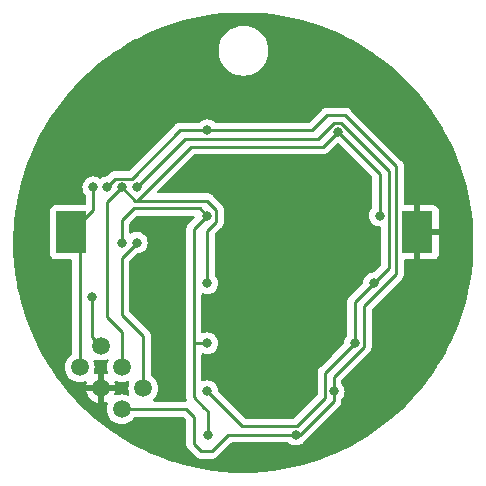
<source format=gbl>
G04 #@! TF.GenerationSoftware,KiCad,Pcbnew,(6.0.6)*
G04 #@! TF.CreationDate,2022-07-27T20:36:10+02:00*
G04 #@! TF.ProjectId,smd-challenge,736d642d-6368-4616-9c6c-656e67652e6b,rev?*
G04 #@! TF.SameCoordinates,Original*
G04 #@! TF.FileFunction,Copper,L2,Bot*
G04 #@! TF.FilePolarity,Positive*
%FSLAX46Y46*%
G04 Gerber Fmt 4.6, Leading zero omitted, Abs format (unit mm)*
G04 Created by KiCad (PCBNEW (6.0.6)) date 2022-07-27 20:36:10*
%MOMM*%
%LPD*%
G01*
G04 APERTURE LIST*
G04 #@! TA.AperFunction,SMDPad,CuDef*
%ADD10C,1.500000*%
G04 #@! TD*
G04 #@! TA.AperFunction,SMDPad,CuDef*
%ADD11R,2.600000X3.600000*%
G04 #@! TD*
G04 #@! TA.AperFunction,ViaPad*
%ADD12C,0.800000*%
G04 #@! TD*
G04 #@! TA.AperFunction,Conductor*
%ADD13C,0.250000*%
G04 #@! TD*
G04 APERTURE END LIST*
D10*
X113820285Y-130421182D03*
X110228182Y-130421182D03*
X111995949Y-128596846D03*
D11*
X138811000Y-118999000D03*
X109511000Y-118999000D03*
D10*
X111995949Y-132188949D03*
X115616336Y-132217233D03*
X113792000Y-133985000D03*
D12*
X115062000Y-119888000D03*
X121031000Y-110363000D03*
X105410000Y-119888000D03*
X121031000Y-128397000D03*
X121031000Y-132461000D03*
X131736500Y-132461000D03*
X128524000Y-136144000D03*
X121056400Y-136194800D03*
X132080000Y-110490000D03*
X111379000Y-115189000D03*
X124079000Y-138557000D03*
X131699000Y-117602000D03*
X142621000Y-119888000D03*
X115062000Y-124460000D03*
X121031000Y-123317000D03*
X135636000Y-117602000D03*
X113792000Y-115189000D03*
X133504300Y-128397000D03*
X135128000Y-123317000D03*
X115062000Y-115189000D03*
X112522000Y-115189000D03*
X113792000Y-119888000D03*
X121031000Y-117602000D03*
X111252000Y-124460000D03*
D13*
X129921000Y-110363000D02*
X131191000Y-109093000D01*
X121031000Y-110363000D02*
X129921000Y-110363000D01*
X132715000Y-109093000D02*
X131191000Y-109093000D01*
X114643511Y-114464489D02*
X113246511Y-114464489D01*
X118745000Y-110363000D02*
X114643511Y-114464489D01*
X121031000Y-110363000D02*
X118745000Y-110363000D01*
X113246511Y-114464489D02*
X112522000Y-115189000D01*
X130810000Y-111760000D02*
X132080000Y-110490000D01*
X115062000Y-116332000D02*
X119634000Y-111760000D01*
X119634000Y-111760000D02*
X130810000Y-111760000D01*
X114935000Y-116332000D02*
X115062000Y-116332000D01*
X137033000Y-113411000D02*
X132715000Y-109093000D01*
X134302500Y-125285500D02*
X137033000Y-122555000D01*
X137033000Y-122555000D02*
X137033000Y-113411000D01*
X134302500Y-128714500D02*
X134302500Y-125285500D01*
X131736500Y-131280500D02*
X134302500Y-128714500D01*
X131736500Y-132461000D02*
X131736500Y-131280500D01*
X131779695Y-109765000D02*
X130420175Y-111124520D01*
X130420175Y-111124520D02*
X119126480Y-111124520D01*
X119126480Y-111124520D02*
X115062000Y-115189000D01*
X132380305Y-109765000D02*
X131779695Y-109765000D01*
X136398000Y-122047000D02*
X136398000Y-113782695D01*
X136398000Y-113782695D02*
X132380305Y-109765000D01*
X135128000Y-123317000D02*
X136398000Y-122047000D01*
X135636000Y-114046000D02*
X132080000Y-110490000D01*
X135636000Y-117602000D02*
X135636000Y-114046000D01*
X110228182Y-119716182D02*
X109511000Y-118999000D01*
X110228182Y-130421182D02*
X110228182Y-119716182D01*
X111379000Y-117131000D02*
X109511000Y-118999000D01*
X111379000Y-115189000D02*
X111379000Y-117131000D01*
X139700000Y-119888000D02*
X138811000Y-118999000D01*
X131011500Y-130889800D02*
X133504300Y-128397000D01*
X128614000Y-135419000D02*
X131011500Y-133021500D01*
X123989000Y-135419000D02*
X128614000Y-135419000D01*
X121031000Y-132461000D02*
X123989000Y-135419000D01*
X131011500Y-133021500D02*
X131011500Y-130889800D01*
X131736500Y-133313896D02*
X131736500Y-132461000D01*
X128906396Y-136144000D02*
X131736500Y-133313896D01*
X128524000Y-136144000D02*
X128906396Y-136144000D01*
X119888000Y-134620000D02*
X119253000Y-133985000D01*
X119888000Y-136906000D02*
X119888000Y-134620000D01*
X121412000Y-137541000D02*
X120523000Y-137541000D01*
X120523000Y-137541000D02*
X119888000Y-136906000D01*
X122809000Y-136144000D02*
X121412000Y-137541000D01*
X128524000Y-136144000D02*
X122809000Y-136144000D01*
X119253000Y-133985000D02*
X113792000Y-133985000D01*
X121031000Y-128397000D02*
X120015000Y-128397000D01*
X120015000Y-128397000D02*
X119888000Y-128270000D01*
X119888000Y-128270000D02*
X119888000Y-132969000D01*
X119888000Y-118745000D02*
X119888000Y-128270000D01*
X133504300Y-124940700D02*
X133504300Y-128397000D01*
X135128000Y-123317000D02*
X133504300Y-124940700D01*
X120396000Y-116967000D02*
X121031000Y-117602000D01*
X113792000Y-117983000D02*
X114808000Y-116967000D01*
X113792000Y-119888000D02*
X113792000Y-117983000D01*
X114808000Y-116967000D02*
X120396000Y-116967000D01*
X115616336Y-127808336D02*
X115616336Y-132217233D01*
X113792000Y-121158000D02*
X113792000Y-125984000D01*
X113792000Y-125984000D02*
X115616336Y-127808336D01*
X115062000Y-119888000D02*
X113792000Y-121158000D01*
X121031000Y-118872000D02*
X121793000Y-118110000D01*
X121031000Y-123317000D02*
X121031000Y-118872000D01*
X121793000Y-118110000D02*
X121793000Y-117094000D01*
X121031000Y-116332000D02*
X114935000Y-116332000D01*
X121793000Y-117094000D02*
X121031000Y-116332000D01*
X113792000Y-115189000D02*
X114935000Y-116332000D01*
X135128000Y-123317000D02*
X133604000Y-124841000D01*
X120777000Y-133858000D02*
X120904000Y-133985000D01*
X119888000Y-132969000D02*
X120777000Y-133858000D01*
X121056400Y-136194800D02*
X121056400Y-134137400D01*
X121056400Y-134137400D02*
X120777000Y-133858000D01*
X121031000Y-117602000D02*
X119888000Y-118745000D01*
X113820285Y-127479715D02*
X113820285Y-130421182D01*
X112522000Y-116459000D02*
X112522000Y-126181430D01*
X112522000Y-126181430D02*
X113820285Y-127479715D01*
X113792000Y-115189000D02*
X112522000Y-116459000D01*
X111252000Y-127852897D02*
X111995949Y-128596846D01*
X111252000Y-124460000D02*
X111252000Y-127852897D01*
G04 #@! TA.AperFunction,Conductor*
G36*
X124174060Y-100398574D02*
G01*
X124926469Y-100414992D01*
X124931950Y-100415232D01*
X125775055Y-100470491D01*
X125780523Y-100470970D01*
X126620403Y-100562951D01*
X126625854Y-100563668D01*
X127460958Y-100692204D01*
X127466371Y-100693159D01*
X127887286Y-100776883D01*
X128295050Y-100857992D01*
X128300388Y-100859176D01*
X129121111Y-101060006D01*
X129126420Y-101061429D01*
X129937565Y-101297856D01*
X129942808Y-101299509D01*
X130742892Y-101571100D01*
X130748028Y-101572970D01*
X131535526Y-101879211D01*
X131540585Y-101881307D01*
X131812776Y-102001074D01*
X132313945Y-102221594D01*
X132318927Y-102223917D01*
X133076692Y-102597605D01*
X133081569Y-102600143D01*
X133220706Y-102676476D01*
X133822372Y-103006561D01*
X133827077Y-103009278D01*
X134549436Y-103447617D01*
X134554060Y-103450563D01*
X135256596Y-103919982D01*
X135261065Y-103923111D01*
X135433757Y-104049734D01*
X135942466Y-104422735D01*
X135946827Y-104426082D01*
X136605733Y-104954910D01*
X136609945Y-104958443D01*
X137245201Y-105515547D01*
X137249251Y-105519258D01*
X137464176Y-105725004D01*
X137859586Y-106103527D01*
X137863473Y-106107414D01*
X138447739Y-106717746D01*
X138451453Y-106721799D01*
X139008557Y-107357055D01*
X139012090Y-107361267D01*
X139540918Y-108020173D01*
X139544265Y-108024534D01*
X140043889Y-108705935D01*
X140047018Y-108710404D01*
X140151047Y-108866094D01*
X140516437Y-109412940D01*
X140519383Y-109417564D01*
X140957722Y-110139923D01*
X140960439Y-110144628D01*
X141109270Y-110415911D01*
X141366857Y-110885431D01*
X141369395Y-110890308D01*
X141743083Y-111648073D01*
X141745406Y-111653055D01*
X142071238Y-112393562D01*
X142085689Y-112426405D01*
X142087789Y-112431474D01*
X142363308Y-113139968D01*
X142394025Y-113218957D01*
X142395900Y-113224108D01*
X142613276Y-113864478D01*
X142667491Y-114024192D01*
X142669144Y-114029435D01*
X142905571Y-114840580D01*
X142906993Y-114845885D01*
X143097604Y-115624842D01*
X143107821Y-115666597D01*
X143109008Y-115671950D01*
X143158259Y-115919554D01*
X143273841Y-116500629D01*
X143274796Y-116506042D01*
X143403332Y-117341146D01*
X143404049Y-117346595D01*
X143490787Y-118138595D01*
X143496030Y-118186473D01*
X143496509Y-118191945D01*
X143532758Y-118745000D01*
X143551768Y-119035045D01*
X143552008Y-119040531D01*
X143558784Y-119351056D01*
X143570440Y-119885251D01*
X143570440Y-119890749D01*
X143558677Y-120429852D01*
X143552008Y-120735463D01*
X143551768Y-120740950D01*
X143503814Y-121472594D01*
X143496509Y-121584051D01*
X143496030Y-121589523D01*
X143406338Y-122408500D01*
X143404049Y-122429403D01*
X143403332Y-122434854D01*
X143274796Y-123269958D01*
X143273841Y-123275371D01*
X143201451Y-123639304D01*
X143129755Y-123999749D01*
X143109011Y-124104035D01*
X143107824Y-124109388D01*
X142909311Y-124920643D01*
X142906994Y-124930111D01*
X142905571Y-124935420D01*
X142669144Y-125746565D01*
X142667491Y-125751808D01*
X142403460Y-126529622D01*
X142395905Y-126551877D01*
X142394030Y-126557028D01*
X142091906Y-127333939D01*
X142087793Y-127344516D01*
X142085693Y-127349585D01*
X142006406Y-127529779D01*
X141745406Y-128122945D01*
X141743083Y-128127927D01*
X141369395Y-128885692D01*
X141366857Y-128890569D01*
X141203616Y-129188118D01*
X140960439Y-129631372D01*
X140957722Y-129636077D01*
X140519391Y-130358424D01*
X140516437Y-130363060D01*
X140477601Y-130421182D01*
X140047018Y-131065596D01*
X140043889Y-131070065D01*
X139914650Y-131246325D01*
X139544265Y-131751466D01*
X139540918Y-131755827D01*
X139012090Y-132414733D01*
X139008557Y-132418945D01*
X138827119Y-132625836D01*
X138477326Y-133024699D01*
X138451453Y-133054201D01*
X138447742Y-133058251D01*
X138236025Y-133279413D01*
X137863473Y-133668586D01*
X137859586Y-133672473D01*
X137767821Y-133760319D01*
X137478264Y-134037510D01*
X137249254Y-134256739D01*
X137245205Y-134260449D01*
X137060922Y-134422061D01*
X136609945Y-134817557D01*
X136605733Y-134821090D01*
X135946827Y-135349918D01*
X135942466Y-135353265D01*
X135261065Y-135852889D01*
X135256596Y-135856018D01*
X134895305Y-136097425D01*
X134554060Y-136325437D01*
X134549436Y-136328383D01*
X133827077Y-136766722D01*
X133822372Y-136769439D01*
X133558897Y-136913986D01*
X133081569Y-137175857D01*
X133076692Y-137178395D01*
X132318927Y-137552083D01*
X132313945Y-137554406D01*
X131856375Y-137755742D01*
X131540585Y-137894693D01*
X131535526Y-137896789D01*
X130748028Y-138203030D01*
X130742892Y-138204900D01*
X130087671Y-138427317D01*
X129942808Y-138476491D01*
X129937565Y-138478144D01*
X129126420Y-138714571D01*
X129121115Y-138715993D01*
X128300388Y-138916824D01*
X128295050Y-138918008D01*
X127887286Y-138999117D01*
X127466371Y-139082841D01*
X127460958Y-139083796D01*
X126625854Y-139212332D01*
X126620405Y-139213049D01*
X125780523Y-139305030D01*
X125775055Y-139305509D01*
X124931950Y-139360768D01*
X124926469Y-139361008D01*
X124174060Y-139377426D01*
X124081749Y-139379440D01*
X124076251Y-139379440D01*
X123983940Y-139377426D01*
X123231531Y-139361008D01*
X123226050Y-139360768D01*
X122382945Y-139305509D01*
X122377477Y-139305030D01*
X121537595Y-139213049D01*
X121532146Y-139212332D01*
X120697042Y-139083796D01*
X120691629Y-139082841D01*
X120270714Y-138999117D01*
X119862950Y-138918008D01*
X119857612Y-138916824D01*
X119036885Y-138715993D01*
X119031580Y-138714571D01*
X118220435Y-138478144D01*
X118215192Y-138476491D01*
X118070329Y-138427317D01*
X117415108Y-138204900D01*
X117409972Y-138203030D01*
X116622474Y-137896789D01*
X116617415Y-137894693D01*
X116301625Y-137755742D01*
X115844055Y-137554406D01*
X115839073Y-137552083D01*
X115081308Y-137178395D01*
X115076431Y-137175857D01*
X114599103Y-136913986D01*
X114335628Y-136769439D01*
X114330923Y-136766722D01*
X113608564Y-136328383D01*
X113603940Y-136325437D01*
X113262695Y-136097425D01*
X112901404Y-135856018D01*
X112896935Y-135852889D01*
X112215534Y-135353265D01*
X112211173Y-135349918D01*
X111552267Y-134821090D01*
X111548055Y-134817557D01*
X111097078Y-134422061D01*
X110912795Y-134260449D01*
X110908746Y-134256739D01*
X110679737Y-134037510D01*
X110390179Y-133760319D01*
X110298414Y-133672473D01*
X110294527Y-133668586D01*
X109921975Y-133279413D01*
X109710258Y-133058251D01*
X109706547Y-133054201D01*
X109680675Y-133024699D01*
X109330881Y-132625836D01*
X109181475Y-132455471D01*
X110764986Y-132455471D01*
X110807877Y-132615544D01*
X110811623Y-132625836D01*
X110900005Y-132815370D01*
X110905483Y-132824856D01*
X111025425Y-132996152D01*
X111032479Y-133004559D01*
X111180337Y-133152417D01*
X111188745Y-133159473D01*
X111360037Y-133279413D01*
X111369533Y-133284896D01*
X111559062Y-133373275D01*
X111569354Y-133377021D01*
X111724452Y-133418579D01*
X111738548Y-133418243D01*
X111741949Y-133410301D01*
X111741949Y-132461064D01*
X111737474Y-132445825D01*
X111736084Y-132444620D01*
X111728401Y-132442949D01*
X110779746Y-132442949D01*
X110766215Y-132446922D01*
X110764986Y-132455471D01*
X109181475Y-132455471D01*
X109149443Y-132418945D01*
X109145910Y-132414733D01*
X108617082Y-131755827D01*
X108613735Y-131751466D01*
X108243350Y-131246325D01*
X108114111Y-131070065D01*
X108110982Y-131065596D01*
X107680399Y-130421182D01*
X107641563Y-130363060D01*
X107638609Y-130358424D01*
X107200278Y-129636077D01*
X107197561Y-129631372D01*
X106954384Y-129188118D01*
X106791143Y-128890569D01*
X106788605Y-128885692D01*
X106414917Y-128127927D01*
X106412594Y-128122945D01*
X106151594Y-127529779D01*
X106072307Y-127349585D01*
X106070207Y-127344516D01*
X106066094Y-127333939D01*
X105763970Y-126557028D01*
X105762095Y-126551877D01*
X105754541Y-126529622D01*
X105490509Y-125751808D01*
X105488856Y-125746565D01*
X105252429Y-124935420D01*
X105251006Y-124930111D01*
X105248689Y-124920643D01*
X105050176Y-124109388D01*
X105048989Y-124104035D01*
X105028246Y-123999749D01*
X104956549Y-123639304D01*
X104884159Y-123275371D01*
X104883204Y-123269958D01*
X104754668Y-122434854D01*
X104753951Y-122429403D01*
X104751662Y-122408500D01*
X104661970Y-121589523D01*
X104661491Y-121584051D01*
X104654186Y-121472594D01*
X104613192Y-120847134D01*
X107702500Y-120847134D01*
X107709255Y-120909316D01*
X107760385Y-121045705D01*
X107847739Y-121162261D01*
X107964295Y-121249615D01*
X108100684Y-121300745D01*
X108162866Y-121307500D01*
X109468682Y-121307500D01*
X109536803Y-121327502D01*
X109583296Y-121381158D01*
X109594682Y-121433500D01*
X109594682Y-129262828D01*
X109574680Y-129330949D01*
X109540954Y-129366040D01*
X109479766Y-129408884D01*
X109420655Y-129450274D01*
X109420652Y-129450276D01*
X109416144Y-129453433D01*
X109260433Y-129609144D01*
X109257276Y-129613652D01*
X109257274Y-129613655D01*
X109142116Y-129778118D01*
X109134126Y-129789529D01*
X109131803Y-129794511D01*
X109131800Y-129794516D01*
X109091106Y-129881786D01*
X109041062Y-129989106D01*
X108984067Y-130201811D01*
X108964875Y-130421182D01*
X108984067Y-130640553D01*
X109041062Y-130853258D01*
X109069275Y-130913761D01*
X109131800Y-131047848D01*
X109131803Y-131047853D01*
X109134126Y-131052835D01*
X109137282Y-131057342D01*
X109137283Y-131057344D01*
X109210629Y-131162092D01*
X109260433Y-131233220D01*
X109416144Y-131388931D01*
X109420653Y-131392088D01*
X109420655Y-131392090D01*
X109495423Y-131444443D01*
X109596528Y-131515238D01*
X109796106Y-131608302D01*
X110008811Y-131665297D01*
X110228182Y-131684489D01*
X110447553Y-131665297D01*
X110527789Y-131643797D01*
X110652963Y-131610257D01*
X110723940Y-131611947D01*
X110782736Y-131651741D01*
X110810684Y-131717005D01*
X110807282Y-131764575D01*
X110766319Y-131917452D01*
X110766655Y-131931548D01*
X110774597Y-131934949D01*
X111723834Y-131934949D01*
X111739073Y-131930474D01*
X111740278Y-131929084D01*
X111741949Y-131921401D01*
X111741949Y-130972746D01*
X111737976Y-130959215D01*
X111729427Y-130957986D01*
X111571575Y-131000282D01*
X111500598Y-130998592D01*
X111441803Y-130958798D01*
X111413855Y-130893533D01*
X111417257Y-130845963D01*
X111466439Y-130662416D01*
X111472297Y-130640553D01*
X111491489Y-130421182D01*
X111472297Y-130201811D01*
X111415302Y-129989106D01*
X111412978Y-129984123D01*
X111412974Y-129984111D01*
X111397990Y-129951977D01*
X111387329Y-129881786D01*
X111416310Y-129816973D01*
X111475730Y-129778118D01*
X111546725Y-129777556D01*
X111555284Y-129780330D01*
X111558893Y-129781644D01*
X111563873Y-129783966D01*
X111569176Y-129785387D01*
X111584634Y-129789529D01*
X111776578Y-129840961D01*
X111995949Y-129860153D01*
X112215320Y-129840961D01*
X112428025Y-129783966D01*
X112433007Y-129781643D01*
X112433015Y-129781640D01*
X112498656Y-129751031D01*
X112568847Y-129740370D01*
X112633660Y-129769350D01*
X112672516Y-129828770D01*
X112673079Y-129899765D01*
X112666100Y-129918475D01*
X112635491Y-129984116D01*
X112635488Y-129984124D01*
X112633165Y-129989106D01*
X112576170Y-130201811D01*
X112556978Y-130421182D01*
X112576170Y-130640553D01*
X112633165Y-130853258D01*
X112635489Y-130858242D01*
X112637044Y-130862514D01*
X112641547Y-130933368D01*
X112607030Y-130995409D01*
X112544450Y-131028939D01*
X112473677Y-131023313D01*
X112465392Y-131019804D01*
X112432841Y-131004625D01*
X112422544Y-131000877D01*
X112267446Y-130959319D01*
X112253350Y-130959655D01*
X112249949Y-130967597D01*
X112249949Y-131916834D01*
X112254424Y-131932073D01*
X112255814Y-131933278D01*
X112263497Y-131934949D01*
X113212152Y-131934949D01*
X113225683Y-131930976D01*
X113226912Y-131922427D01*
X113184021Y-131762354D01*
X113178789Y-131747980D01*
X113174286Y-131677126D01*
X113208804Y-131615086D01*
X113271384Y-131581556D01*
X113342157Y-131587182D01*
X113350436Y-131590688D01*
X113388209Y-131608302D01*
X113600914Y-131665297D01*
X113820285Y-131684489D01*
X114039656Y-131665297D01*
X114252361Y-131608302D01*
X114257341Y-131605980D01*
X114257346Y-131605978D01*
X114269993Y-131600080D01*
X114340184Y-131589419D01*
X114404997Y-131618399D01*
X114443854Y-131677818D01*
X114444417Y-131748813D01*
X114437438Y-131767525D01*
X114431540Y-131780172D01*
X114431538Y-131780177D01*
X114429216Y-131785157D01*
X114372221Y-131997862D01*
X114353029Y-132217233D01*
X114372221Y-132436604D01*
X114429216Y-132649309D01*
X114431538Y-132654289D01*
X114432852Y-132657898D01*
X114437358Y-132728751D01*
X114402843Y-132790793D01*
X114340264Y-132824325D01*
X114269490Y-132818702D01*
X114261205Y-132815192D01*
X114229071Y-132800208D01*
X114229059Y-132800204D01*
X114224076Y-132797880D01*
X114011371Y-132740885D01*
X113792000Y-132721693D01*
X113572629Y-132740885D01*
X113359924Y-132797880D01*
X113354942Y-132800203D01*
X113354934Y-132800206D01*
X113341587Y-132806430D01*
X113271395Y-132817091D01*
X113206583Y-132788110D01*
X113167727Y-132728690D01*
X113167164Y-132657696D01*
X113174144Y-132638983D01*
X113180275Y-132625836D01*
X113184021Y-132615544D01*
X113225579Y-132460446D01*
X113225243Y-132446350D01*
X113217301Y-132442949D01*
X112268064Y-132442949D01*
X112252825Y-132447424D01*
X112251620Y-132448814D01*
X112249949Y-132456497D01*
X112249949Y-133405152D01*
X112253922Y-133418683D01*
X112262471Y-133419912D01*
X112422544Y-133377021D01*
X112432836Y-133373275D01*
X112445983Y-133367144D01*
X112516175Y-133356482D01*
X112580988Y-133385461D01*
X112619845Y-133444880D01*
X112620410Y-133515874D01*
X112613430Y-133534587D01*
X112607206Y-133547934D01*
X112607203Y-133547942D01*
X112604880Y-133552924D01*
X112547885Y-133765629D01*
X112528693Y-133985000D01*
X112547885Y-134204371D01*
X112604880Y-134417076D01*
X112607205Y-134422061D01*
X112695618Y-134611666D01*
X112695621Y-134611671D01*
X112697944Y-134616653D01*
X112701100Y-134621160D01*
X112701101Y-134621162D01*
X112790331Y-134748595D01*
X112824251Y-134797038D01*
X112979962Y-134952749D01*
X113160346Y-135079056D01*
X113359924Y-135172120D01*
X113572629Y-135229115D01*
X113792000Y-135248307D01*
X114011371Y-135229115D01*
X114224076Y-135172120D01*
X114423654Y-135079056D01*
X114604038Y-134952749D01*
X114759749Y-134797038D01*
X114847142Y-134672228D01*
X114902598Y-134627901D01*
X114950354Y-134618500D01*
X118938406Y-134618500D01*
X119006527Y-134638502D01*
X119027501Y-134655405D01*
X119217595Y-134845499D01*
X119251621Y-134907811D01*
X119254500Y-134934594D01*
X119254500Y-136827233D01*
X119253973Y-136838416D01*
X119252298Y-136845909D01*
X119252547Y-136853835D01*
X119252547Y-136853836D01*
X119254438Y-136913986D01*
X119254500Y-136917945D01*
X119254500Y-136945856D01*
X119254997Y-136949790D01*
X119254997Y-136949791D01*
X119255005Y-136949856D01*
X119255938Y-136961693D01*
X119257327Y-137005889D01*
X119259732Y-137014166D01*
X119262978Y-137025339D01*
X119266987Y-137044700D01*
X119269526Y-137064797D01*
X119272445Y-137072168D01*
X119272445Y-137072170D01*
X119285804Y-137105912D01*
X119289649Y-137117142D01*
X119301982Y-137159593D01*
X119306015Y-137166412D01*
X119306017Y-137166417D01*
X119312293Y-137177028D01*
X119320988Y-137194776D01*
X119328448Y-137213617D01*
X119333110Y-137220033D01*
X119333110Y-137220034D01*
X119354436Y-137249387D01*
X119360952Y-137259307D01*
X119383458Y-137297362D01*
X119397779Y-137311683D01*
X119410619Y-137326716D01*
X119422528Y-137343107D01*
X119428634Y-137348158D01*
X119456605Y-137371298D01*
X119465384Y-137379288D01*
X120019343Y-137933247D01*
X120026887Y-137941537D01*
X120031000Y-137948018D01*
X120036777Y-137953443D01*
X120080667Y-137994658D01*
X120083509Y-137997413D01*
X120103231Y-138017135D01*
X120106355Y-138019558D01*
X120106359Y-138019562D01*
X120106424Y-138019612D01*
X120115445Y-138027317D01*
X120147679Y-138057586D01*
X120154627Y-138061405D01*
X120154629Y-138061407D01*
X120165432Y-138067346D01*
X120181959Y-138078202D01*
X120191698Y-138085757D01*
X120191700Y-138085758D01*
X120197960Y-138090614D01*
X120238540Y-138108174D01*
X120249188Y-138113391D01*
X120273976Y-138127018D01*
X120287940Y-138134695D01*
X120295616Y-138136666D01*
X120295619Y-138136667D01*
X120307562Y-138139733D01*
X120326267Y-138146137D01*
X120344855Y-138154181D01*
X120352678Y-138155420D01*
X120352688Y-138155423D01*
X120388524Y-138161099D01*
X120400144Y-138163505D01*
X120431959Y-138171673D01*
X120442970Y-138174500D01*
X120463224Y-138174500D01*
X120482934Y-138176051D01*
X120502943Y-138179220D01*
X120510835Y-138178474D01*
X120529580Y-138176702D01*
X120546962Y-138175059D01*
X120558819Y-138174500D01*
X121333233Y-138174500D01*
X121344416Y-138175027D01*
X121351909Y-138176702D01*
X121359835Y-138176453D01*
X121359836Y-138176453D01*
X121419986Y-138174562D01*
X121423945Y-138174500D01*
X121451856Y-138174500D01*
X121455791Y-138174003D01*
X121455856Y-138173995D01*
X121467693Y-138173062D01*
X121499951Y-138172048D01*
X121503970Y-138171922D01*
X121511889Y-138171673D01*
X121531343Y-138166021D01*
X121550700Y-138162013D01*
X121562930Y-138160468D01*
X121562931Y-138160468D01*
X121570797Y-138159474D01*
X121578168Y-138156555D01*
X121578170Y-138156555D01*
X121611912Y-138143196D01*
X121623142Y-138139351D01*
X121657983Y-138129229D01*
X121657984Y-138129229D01*
X121665593Y-138127018D01*
X121672412Y-138122985D01*
X121672417Y-138122983D01*
X121683028Y-138116707D01*
X121700776Y-138108012D01*
X121719617Y-138100552D01*
X121755387Y-138074564D01*
X121765307Y-138068048D01*
X121796535Y-138049580D01*
X121796538Y-138049578D01*
X121803362Y-138045542D01*
X121817683Y-138031221D01*
X121832717Y-138018380D01*
X121834431Y-138017135D01*
X121849107Y-138006472D01*
X121877298Y-137972395D01*
X121885288Y-137963616D01*
X123034499Y-136814405D01*
X123096811Y-136780379D01*
X123123594Y-136777500D01*
X127815800Y-136777500D01*
X127883921Y-136797502D01*
X127903147Y-136813843D01*
X127903420Y-136813540D01*
X127908332Y-136817963D01*
X127912747Y-136822866D01*
X127918758Y-136827233D01*
X128040877Y-136915958D01*
X128067248Y-136935118D01*
X128073276Y-136937802D01*
X128073278Y-136937803D01*
X128226203Y-137005889D01*
X128241712Y-137012794D01*
X128335112Y-137032647D01*
X128422056Y-137051128D01*
X128422061Y-137051128D01*
X128428513Y-137052500D01*
X128619487Y-137052500D01*
X128625939Y-137051128D01*
X128625944Y-137051128D01*
X128712888Y-137032647D01*
X128806288Y-137012794D01*
X128821797Y-137005889D01*
X128974722Y-136937803D01*
X128974724Y-136937802D01*
X128980752Y-136935118D01*
X129007124Y-136915958D01*
X129036157Y-136894864D01*
X129135253Y-136822866D01*
X129173509Y-136780379D01*
X129258619Y-136685854D01*
X129263040Y-136680944D01*
X129264082Y-136679140D01*
X129286454Y-136656053D01*
X129290935Y-136652577D01*
X129297758Y-136648542D01*
X129312079Y-136634221D01*
X129327113Y-136621380D01*
X129337090Y-136614131D01*
X129343503Y-136609472D01*
X129371694Y-136575395D01*
X129379684Y-136566616D01*
X132128747Y-133817553D01*
X132137037Y-133810009D01*
X132143518Y-133805896D01*
X132190159Y-133756228D01*
X132192913Y-133753387D01*
X132212634Y-133733666D01*
X132215112Y-133730471D01*
X132222818Y-133721449D01*
X132247658Y-133694997D01*
X132253086Y-133689217D01*
X132262846Y-133671464D01*
X132273699Y-133654941D01*
X132281253Y-133645202D01*
X132286113Y-133638937D01*
X132303676Y-133598353D01*
X132308883Y-133587723D01*
X132330195Y-133548956D01*
X132332166Y-133541279D01*
X132332168Y-133541274D01*
X132335232Y-133529338D01*
X132341638Y-133510626D01*
X132346534Y-133499313D01*
X132349681Y-133492041D01*
X132356597Y-133448377D01*
X132359004Y-133436756D01*
X132368028Y-133401607D01*
X132368028Y-133401606D01*
X132370000Y-133393926D01*
X132370000Y-133373665D01*
X132371551Y-133353954D01*
X132373479Y-133341781D01*
X132374719Y-133333953D01*
X132370559Y-133289942D01*
X132370000Y-133278085D01*
X132370000Y-133163524D01*
X132390002Y-133095403D01*
X132402358Y-133079221D01*
X132475540Y-132997944D01*
X132571027Y-132832556D01*
X132630042Y-132650928D01*
X132630771Y-132643998D01*
X132649314Y-132467565D01*
X132650004Y-132461000D01*
X132645141Y-132414733D01*
X132630732Y-132277635D01*
X132630732Y-132277633D01*
X132630042Y-132271072D01*
X132571027Y-132089444D01*
X132475540Y-131924056D01*
X132402363Y-131842785D01*
X132371647Y-131778779D01*
X132370000Y-131758476D01*
X132370000Y-131595094D01*
X132390002Y-131526973D01*
X132406905Y-131505999D01*
X133549845Y-130363060D01*
X134694753Y-129218152D01*
X134703039Y-129210612D01*
X134709518Y-129206500D01*
X134756144Y-129156848D01*
X134758898Y-129154007D01*
X134778635Y-129134270D01*
X134781115Y-129131073D01*
X134788820Y-129122051D01*
X134813659Y-129095600D01*
X134819086Y-129089821D01*
X134822905Y-129082875D01*
X134822907Y-129082872D01*
X134828848Y-129072066D01*
X134839699Y-129055547D01*
X134847258Y-129045801D01*
X134852114Y-129039541D01*
X134855259Y-129032272D01*
X134855262Y-129032268D01*
X134869674Y-128998963D01*
X134874891Y-128988313D01*
X134896195Y-128949560D01*
X134901233Y-128929937D01*
X134907637Y-128911234D01*
X134912533Y-128899920D01*
X134912533Y-128899919D01*
X134915681Y-128892645D01*
X134916920Y-128884822D01*
X134916923Y-128884812D01*
X134922599Y-128848976D01*
X134925005Y-128837356D01*
X134934028Y-128802211D01*
X134934028Y-128802210D01*
X134936000Y-128794530D01*
X134936000Y-128774276D01*
X134937551Y-128754565D01*
X134939480Y-128742386D01*
X134940720Y-128734557D01*
X134936559Y-128690538D01*
X134936000Y-128678681D01*
X134936000Y-125600094D01*
X134956002Y-125531973D01*
X134972905Y-125510999D01*
X137425253Y-123058652D01*
X137433539Y-123051112D01*
X137440018Y-123047000D01*
X137486644Y-122997348D01*
X137489398Y-122994507D01*
X137509135Y-122974770D01*
X137511615Y-122971573D01*
X137519320Y-122962551D01*
X137549586Y-122930321D01*
X137553405Y-122923375D01*
X137553407Y-122923372D01*
X137559348Y-122912566D01*
X137570199Y-122896047D01*
X137577758Y-122886301D01*
X137582614Y-122880041D01*
X137585759Y-122872772D01*
X137585762Y-122872768D01*
X137600174Y-122839463D01*
X137605391Y-122828813D01*
X137626695Y-122790060D01*
X137631733Y-122770437D01*
X137638137Y-122751734D01*
X137643033Y-122740420D01*
X137643033Y-122740419D01*
X137646181Y-122733145D01*
X137647420Y-122725322D01*
X137647423Y-122725312D01*
X137653099Y-122689476D01*
X137655505Y-122677856D01*
X137664528Y-122642711D01*
X137664528Y-122642710D01*
X137666500Y-122635030D01*
X137666500Y-122614776D01*
X137668051Y-122595065D01*
X137669980Y-122582886D01*
X137671220Y-122575057D01*
X137667059Y-122531038D01*
X137666500Y-122519181D01*
X137666500Y-121433000D01*
X137686502Y-121364879D01*
X137740158Y-121318386D01*
X137792500Y-121307000D01*
X138538885Y-121307000D01*
X138554124Y-121302525D01*
X138555329Y-121301135D01*
X138557000Y-121293452D01*
X138557000Y-121288884D01*
X139065000Y-121288884D01*
X139069475Y-121304123D01*
X139070865Y-121305328D01*
X139078548Y-121306999D01*
X140155669Y-121306999D01*
X140162490Y-121306629D01*
X140213352Y-121301105D01*
X140228604Y-121297479D01*
X140349054Y-121252324D01*
X140364649Y-121243786D01*
X140466724Y-121167285D01*
X140479285Y-121154724D01*
X140555786Y-121052649D01*
X140564324Y-121037054D01*
X140609478Y-120916606D01*
X140613105Y-120901351D01*
X140618631Y-120850486D01*
X140619000Y-120843672D01*
X140619000Y-119271115D01*
X140614525Y-119255876D01*
X140613135Y-119254671D01*
X140605452Y-119253000D01*
X139083115Y-119253000D01*
X139067876Y-119257475D01*
X139066671Y-119258865D01*
X139065000Y-119266548D01*
X139065000Y-121288884D01*
X138557000Y-121288884D01*
X138557000Y-118726885D01*
X139065000Y-118726885D01*
X139069475Y-118742124D01*
X139070865Y-118743329D01*
X139078548Y-118745000D01*
X140600884Y-118745000D01*
X140616123Y-118740525D01*
X140617328Y-118739135D01*
X140618999Y-118731452D01*
X140618999Y-117154331D01*
X140618629Y-117147510D01*
X140613105Y-117096648D01*
X140609479Y-117081396D01*
X140564324Y-116960946D01*
X140555786Y-116945351D01*
X140479285Y-116843276D01*
X140466724Y-116830715D01*
X140364649Y-116754214D01*
X140349054Y-116745676D01*
X140228606Y-116700522D01*
X140213351Y-116696895D01*
X140162486Y-116691369D01*
X140155672Y-116691000D01*
X139083115Y-116691000D01*
X139067876Y-116695475D01*
X139066671Y-116696865D01*
X139065000Y-116704548D01*
X139065000Y-118726885D01*
X138557000Y-118726885D01*
X138557000Y-116709116D01*
X138552525Y-116693877D01*
X138551135Y-116692672D01*
X138543452Y-116691001D01*
X137792500Y-116691001D01*
X137724379Y-116670999D01*
X137677886Y-116617343D01*
X137666500Y-116565001D01*
X137666500Y-113489767D01*
X137667027Y-113478584D01*
X137668702Y-113471091D01*
X137666562Y-113403014D01*
X137666500Y-113399055D01*
X137666500Y-113371144D01*
X137665995Y-113367144D01*
X137665062Y-113355301D01*
X137663922Y-113319029D01*
X137663673Y-113311110D01*
X137658022Y-113291658D01*
X137654014Y-113272306D01*
X137652467Y-113260063D01*
X137651474Y-113252203D01*
X137639324Y-113221514D01*
X137635200Y-113211097D01*
X137631355Y-113199870D01*
X137630721Y-113197687D01*
X137619018Y-113157407D01*
X137614984Y-113150585D01*
X137614981Y-113150579D01*
X137608706Y-113139968D01*
X137600010Y-113122218D01*
X137595472Y-113110756D01*
X137595469Y-113110751D01*
X137592552Y-113103383D01*
X137566573Y-113067625D01*
X137560057Y-113057707D01*
X137541575Y-113026457D01*
X137537542Y-113019637D01*
X137523218Y-113005313D01*
X137510376Y-112990278D01*
X137498472Y-112973893D01*
X137464406Y-112945711D01*
X137455627Y-112937722D01*
X133218652Y-108700747D01*
X133211112Y-108692461D01*
X133207000Y-108685982D01*
X133157348Y-108639356D01*
X133154507Y-108636602D01*
X133134770Y-108616865D01*
X133131573Y-108614385D01*
X133122551Y-108606680D01*
X133109116Y-108594064D01*
X133090321Y-108576414D01*
X133083375Y-108572595D01*
X133083372Y-108572593D01*
X133072566Y-108566652D01*
X133056047Y-108555801D01*
X133055583Y-108555441D01*
X133040041Y-108543386D01*
X133032772Y-108540241D01*
X133032768Y-108540238D01*
X132999463Y-108525826D01*
X132988813Y-108520609D01*
X132950060Y-108499305D01*
X132930437Y-108494267D01*
X132911734Y-108487863D01*
X132900420Y-108482967D01*
X132900419Y-108482967D01*
X132893145Y-108479819D01*
X132885322Y-108478580D01*
X132885312Y-108478577D01*
X132849476Y-108472901D01*
X132837856Y-108470495D01*
X132802711Y-108461472D01*
X132802710Y-108461472D01*
X132795030Y-108459500D01*
X132774776Y-108459500D01*
X132755065Y-108457949D01*
X132742886Y-108456020D01*
X132735057Y-108454780D01*
X132705786Y-108457547D01*
X132691039Y-108458941D01*
X132679181Y-108459500D01*
X131269767Y-108459500D01*
X131258584Y-108458973D01*
X131251091Y-108457298D01*
X131243165Y-108457547D01*
X131243164Y-108457547D01*
X131183014Y-108459438D01*
X131179055Y-108459500D01*
X131151144Y-108459500D01*
X131147210Y-108459997D01*
X131147209Y-108459997D01*
X131147144Y-108460005D01*
X131135307Y-108460938D01*
X131103490Y-108461938D01*
X131099029Y-108462078D01*
X131091110Y-108462327D01*
X131073454Y-108467456D01*
X131071658Y-108467978D01*
X131052306Y-108471986D01*
X131045235Y-108472880D01*
X131032203Y-108474526D01*
X131024834Y-108477443D01*
X131024832Y-108477444D01*
X130991097Y-108490800D01*
X130979869Y-108494645D01*
X130937407Y-108506982D01*
X130930585Y-108511016D01*
X130930579Y-108511019D01*
X130919968Y-108517294D01*
X130902218Y-108525990D01*
X130890756Y-108530528D01*
X130890751Y-108530531D01*
X130883383Y-108533448D01*
X130865970Y-108546099D01*
X130847625Y-108559427D01*
X130837707Y-108565943D01*
X130826463Y-108572593D01*
X130799637Y-108588458D01*
X130785313Y-108602782D01*
X130770281Y-108615621D01*
X130753893Y-108627528D01*
X130725712Y-108661593D01*
X130717722Y-108670373D01*
X129695500Y-109692595D01*
X129633188Y-109726621D01*
X129606405Y-109729500D01*
X121739200Y-109729500D01*
X121671079Y-109709498D01*
X121651853Y-109693157D01*
X121651580Y-109693460D01*
X121646668Y-109689037D01*
X121642253Y-109684134D01*
X121487752Y-109571882D01*
X121481724Y-109569198D01*
X121481722Y-109569197D01*
X121319319Y-109496891D01*
X121319318Y-109496891D01*
X121313288Y-109494206D01*
X121219887Y-109474353D01*
X121132944Y-109455872D01*
X121132939Y-109455872D01*
X121126487Y-109454500D01*
X120935513Y-109454500D01*
X120929061Y-109455872D01*
X120929056Y-109455872D01*
X120842113Y-109474353D01*
X120748712Y-109494206D01*
X120742682Y-109496891D01*
X120742681Y-109496891D01*
X120580278Y-109569197D01*
X120580276Y-109569198D01*
X120574248Y-109571882D01*
X120419747Y-109684134D01*
X120415332Y-109689037D01*
X120410420Y-109693460D01*
X120409295Y-109692211D01*
X120355986Y-109725051D01*
X120322800Y-109729500D01*
X118823763Y-109729500D01*
X118812579Y-109728973D01*
X118805091Y-109727299D01*
X118797168Y-109727548D01*
X118737033Y-109729438D01*
X118733075Y-109729500D01*
X118705144Y-109729500D01*
X118701229Y-109729995D01*
X118701225Y-109729995D01*
X118701167Y-109730003D01*
X118701138Y-109730006D01*
X118689296Y-109730939D01*
X118645110Y-109732327D01*
X118627744Y-109737372D01*
X118625658Y-109737978D01*
X118606306Y-109741986D01*
X118594068Y-109743532D01*
X118594066Y-109743533D01*
X118586203Y-109744526D01*
X118545086Y-109760806D01*
X118533885Y-109764641D01*
X118491406Y-109776982D01*
X118484587Y-109781015D01*
X118484582Y-109781017D01*
X118473971Y-109787293D01*
X118456221Y-109795990D01*
X118437383Y-109803448D01*
X118430967Y-109808109D01*
X118430966Y-109808110D01*
X118401625Y-109829428D01*
X118391701Y-109835947D01*
X118360460Y-109854422D01*
X118360455Y-109854426D01*
X118353637Y-109858458D01*
X118339313Y-109872782D01*
X118324281Y-109885621D01*
X118307893Y-109897528D01*
X118279712Y-109931593D01*
X118271722Y-109940373D01*
X114418011Y-113794084D01*
X114355699Y-113828110D01*
X114328916Y-113830989D01*
X113325278Y-113830989D01*
X113314095Y-113830462D01*
X113306602Y-113828787D01*
X113298676Y-113829036D01*
X113298675Y-113829036D01*
X113238525Y-113830927D01*
X113234566Y-113830989D01*
X113206655Y-113830989D01*
X113202721Y-113831486D01*
X113202720Y-113831486D01*
X113202655Y-113831494D01*
X113190818Y-113832427D01*
X113159001Y-113833427D01*
X113154540Y-113833567D01*
X113146621Y-113833816D01*
X113128965Y-113838945D01*
X113127169Y-113839467D01*
X113107817Y-113843475D01*
X113100746Y-113844369D01*
X113087714Y-113846015D01*
X113080345Y-113848932D01*
X113080343Y-113848933D01*
X113046608Y-113862289D01*
X113035380Y-113866134D01*
X112992918Y-113878471D01*
X112986096Y-113882505D01*
X112986090Y-113882508D01*
X112975479Y-113888783D01*
X112957729Y-113897479D01*
X112946267Y-113902017D01*
X112946262Y-113902020D01*
X112938894Y-113904937D01*
X112932479Y-113909598D01*
X112903136Y-113930916D01*
X112893218Y-113937432D01*
X112874530Y-113948484D01*
X112855148Y-113959947D01*
X112840824Y-113974271D01*
X112825792Y-113987110D01*
X112809404Y-113999017D01*
X112786426Y-114026793D01*
X112781223Y-114033082D01*
X112773233Y-114041862D01*
X112571500Y-114243595D01*
X112509188Y-114277621D01*
X112482405Y-114280500D01*
X112426513Y-114280500D01*
X112420061Y-114281872D01*
X112420056Y-114281872D01*
X112333113Y-114300353D01*
X112239712Y-114320206D01*
X112233682Y-114322891D01*
X112233681Y-114322891D01*
X112071278Y-114395197D01*
X112071276Y-114395198D01*
X112065248Y-114397882D01*
X112059907Y-114401762D01*
X112059906Y-114401763D01*
X112024561Y-114427443D01*
X111957694Y-114451301D01*
X111888542Y-114435221D01*
X111876439Y-114427443D01*
X111841094Y-114401763D01*
X111841093Y-114401762D01*
X111835752Y-114397882D01*
X111829724Y-114395198D01*
X111829722Y-114395197D01*
X111667319Y-114322891D01*
X111667318Y-114322891D01*
X111661288Y-114320206D01*
X111567887Y-114300353D01*
X111480944Y-114281872D01*
X111480939Y-114281872D01*
X111474487Y-114280500D01*
X111283513Y-114280500D01*
X111277061Y-114281872D01*
X111277056Y-114281872D01*
X111190113Y-114300353D01*
X111096712Y-114320206D01*
X111090682Y-114322891D01*
X111090681Y-114322891D01*
X110928278Y-114395197D01*
X110928276Y-114395198D01*
X110922248Y-114397882D01*
X110767747Y-114510134D01*
X110639960Y-114652056D01*
X110544473Y-114817444D01*
X110485458Y-114999072D01*
X110465496Y-115189000D01*
X110485458Y-115378928D01*
X110544473Y-115560556D01*
X110639960Y-115725944D01*
X110713137Y-115807215D01*
X110743853Y-115871221D01*
X110745500Y-115891524D01*
X110745500Y-116564500D01*
X110725498Y-116632621D01*
X110671842Y-116679114D01*
X110619500Y-116690500D01*
X108162866Y-116690500D01*
X108100684Y-116697255D01*
X107964295Y-116748385D01*
X107847739Y-116835739D01*
X107760385Y-116952295D01*
X107709255Y-117088684D01*
X107702500Y-117150866D01*
X107702500Y-120847134D01*
X104613192Y-120847134D01*
X104606232Y-120740950D01*
X104605992Y-120735463D01*
X104599324Y-120429852D01*
X104587560Y-119890749D01*
X104587560Y-119885251D01*
X104599216Y-119351056D01*
X104605992Y-119040531D01*
X104606232Y-119035045D01*
X104625243Y-118745000D01*
X104661491Y-118191945D01*
X104661970Y-118186473D01*
X104667214Y-118138595D01*
X104753951Y-117346595D01*
X104754668Y-117341146D01*
X104883204Y-116506042D01*
X104884159Y-116500629D01*
X104999741Y-115919554D01*
X105048992Y-115671950D01*
X105050179Y-115666597D01*
X105060397Y-115624842D01*
X105251007Y-114845885D01*
X105252429Y-114840580D01*
X105488856Y-114029435D01*
X105490509Y-114024192D01*
X105544724Y-113864478D01*
X105762100Y-113224108D01*
X105763975Y-113218957D01*
X105794693Y-113139968D01*
X106070211Y-112431474D01*
X106072311Y-112426405D01*
X106086763Y-112393562D01*
X106412594Y-111653055D01*
X106414917Y-111648073D01*
X106788605Y-110890308D01*
X106791143Y-110885431D01*
X107048730Y-110415911D01*
X107197561Y-110144628D01*
X107200278Y-110139923D01*
X107638617Y-109417564D01*
X107641563Y-109412940D01*
X108006953Y-108866094D01*
X108110982Y-108710404D01*
X108114111Y-108705935D01*
X108613735Y-108024534D01*
X108617082Y-108020173D01*
X109145910Y-107361267D01*
X109149443Y-107357055D01*
X109706547Y-106721799D01*
X109710261Y-106717746D01*
X110294527Y-106107414D01*
X110298414Y-106103527D01*
X110693824Y-105725004D01*
X110908749Y-105519258D01*
X110912799Y-105515547D01*
X111548055Y-104958443D01*
X111552267Y-104954910D01*
X112211173Y-104426082D01*
X112215534Y-104422735D01*
X112724243Y-104049734D01*
X112896935Y-103923111D01*
X112901404Y-103919982D01*
X113133796Y-103764703D01*
X121995143Y-103764703D01*
X122032668Y-104049734D01*
X122108529Y-104327036D01*
X122110213Y-104330984D01*
X122150039Y-104424353D01*
X122221323Y-104591476D01*
X122368961Y-104838161D01*
X122548713Y-105062528D01*
X122757251Y-105260423D01*
X122990717Y-105428186D01*
X122994512Y-105430195D01*
X122994513Y-105430196D01*
X123016269Y-105441715D01*
X123244792Y-105562712D01*
X123514773Y-105661511D01*
X123795664Y-105722755D01*
X123824241Y-105725004D01*
X124018682Y-105740307D01*
X124018691Y-105740307D01*
X124021139Y-105740500D01*
X124176671Y-105740500D01*
X124178807Y-105740354D01*
X124178818Y-105740354D01*
X124386948Y-105726165D01*
X124386954Y-105726164D01*
X124391225Y-105725873D01*
X124395420Y-105725004D01*
X124395422Y-105725004D01*
X124531983Y-105696724D01*
X124672742Y-105667574D01*
X124943743Y-105571607D01*
X125199212Y-105439750D01*
X125202713Y-105437289D01*
X125202717Y-105437287D01*
X125316817Y-105357096D01*
X125434423Y-105274441D01*
X125645022Y-105078740D01*
X125827113Y-104856268D01*
X125977327Y-104611142D01*
X126092883Y-104347898D01*
X126171644Y-104071406D01*
X126212151Y-103786784D01*
X126212245Y-103768951D01*
X126213635Y-103503583D01*
X126213635Y-103503576D01*
X126213657Y-103499297D01*
X126176132Y-103214266D01*
X126100271Y-102936964D01*
X125987477Y-102672524D01*
X125839839Y-102425839D01*
X125660087Y-102201472D01*
X125451549Y-102003577D01*
X125218083Y-101835814D01*
X125196243Y-101824250D01*
X125173054Y-101811972D01*
X124964008Y-101701288D01*
X124694027Y-101602489D01*
X124413136Y-101541245D01*
X124382085Y-101538801D01*
X124190118Y-101523693D01*
X124190109Y-101523693D01*
X124187661Y-101523500D01*
X124032129Y-101523500D01*
X124029993Y-101523646D01*
X124029982Y-101523646D01*
X123821852Y-101537835D01*
X123821846Y-101537836D01*
X123817575Y-101538127D01*
X123813380Y-101538996D01*
X123813378Y-101538996D01*
X123676816Y-101567277D01*
X123536058Y-101596426D01*
X123265057Y-101692393D01*
X123009588Y-101824250D01*
X123006087Y-101826711D01*
X123006083Y-101826713D01*
X122995994Y-101833804D01*
X122774377Y-101989559D01*
X122563778Y-102185260D01*
X122381687Y-102407732D01*
X122231473Y-102652858D01*
X122115917Y-102916102D01*
X122037156Y-103192594D01*
X122034072Y-103214266D01*
X122000660Y-103449036D01*
X121996649Y-103477216D01*
X121996627Y-103481505D01*
X121996626Y-103481512D01*
X121995165Y-103760417D01*
X121995143Y-103764703D01*
X113133796Y-103764703D01*
X113603940Y-103450563D01*
X113608564Y-103447617D01*
X114330923Y-103009278D01*
X114335628Y-103006561D01*
X114937294Y-102676476D01*
X115076431Y-102600143D01*
X115081308Y-102597605D01*
X115839073Y-102223917D01*
X115844055Y-102221594D01*
X116345224Y-102001074D01*
X116617415Y-101881307D01*
X116622474Y-101879211D01*
X117409972Y-101572970D01*
X117415108Y-101571100D01*
X118215192Y-101299509D01*
X118220435Y-101297856D01*
X119031580Y-101061429D01*
X119036889Y-101060006D01*
X119857612Y-100859176D01*
X119862950Y-100857992D01*
X120270714Y-100776883D01*
X120691629Y-100693159D01*
X120697042Y-100692204D01*
X121532146Y-100563668D01*
X121537597Y-100562951D01*
X122377477Y-100470970D01*
X122382945Y-100470491D01*
X123226050Y-100415232D01*
X123231531Y-100414992D01*
X123983940Y-100398574D01*
X124076251Y-100396560D01*
X124081749Y-100396560D01*
X124174060Y-100398574D01*
G37*
G04 #@! TD.AperFunction*
G04 #@! TA.AperFunction,Conductor*
G36*
X132124032Y-111446038D02*
G01*
X132169095Y-111474999D01*
X134965595Y-114271499D01*
X134999621Y-114333811D01*
X135002500Y-114360594D01*
X135002500Y-116899476D01*
X134982498Y-116967597D01*
X134970142Y-116983779D01*
X134896960Y-117065056D01*
X134801473Y-117230444D01*
X134742458Y-117412072D01*
X134741768Y-117418633D01*
X134741768Y-117418635D01*
X134733555Y-117496780D01*
X134722496Y-117602000D01*
X134742458Y-117791928D01*
X134801473Y-117973556D01*
X134896960Y-118138944D01*
X134901378Y-118143851D01*
X134901379Y-118143852D01*
X135020325Y-118275955D01*
X135024747Y-118280866D01*
X135056697Y-118304079D01*
X135171425Y-118387434D01*
X135179248Y-118393118D01*
X135185276Y-118395802D01*
X135185278Y-118395803D01*
X135347681Y-118468109D01*
X135353712Y-118470794D01*
X135422056Y-118485321D01*
X135534056Y-118509128D01*
X135534061Y-118509128D01*
X135540513Y-118510500D01*
X135638500Y-118510500D01*
X135706621Y-118530502D01*
X135753114Y-118584158D01*
X135764500Y-118636500D01*
X135764500Y-121732405D01*
X135744498Y-121800526D01*
X135727595Y-121821500D01*
X135177500Y-122371595D01*
X135115188Y-122405621D01*
X135088405Y-122408500D01*
X135032513Y-122408500D01*
X135026061Y-122409872D01*
X135026056Y-122409872D01*
X134939112Y-122428353D01*
X134845712Y-122448206D01*
X134839682Y-122450891D01*
X134839681Y-122450891D01*
X134677278Y-122523197D01*
X134677276Y-122523198D01*
X134671248Y-122525882D01*
X134516747Y-122638134D01*
X134512326Y-122643044D01*
X134512325Y-122643045D01*
X134406268Y-122760834D01*
X134388960Y-122780056D01*
X134293473Y-122945444D01*
X134234458Y-123127072D01*
X134233768Y-123133633D01*
X134233768Y-123133635D01*
X134217093Y-123292292D01*
X134190080Y-123357949D01*
X134180878Y-123368217D01*
X133112047Y-124437048D01*
X133103761Y-124444588D01*
X133097282Y-124448700D01*
X133091857Y-124454477D01*
X133050657Y-124498351D01*
X133047902Y-124501193D01*
X133028165Y-124520930D01*
X133025685Y-124524127D01*
X133017982Y-124533147D01*
X132987714Y-124565379D01*
X132983895Y-124572325D01*
X132983893Y-124572328D01*
X132977952Y-124583134D01*
X132967101Y-124599653D01*
X132954686Y-124615659D01*
X132951541Y-124622928D01*
X132951538Y-124622932D01*
X132937126Y-124656237D01*
X132931909Y-124666887D01*
X132910605Y-124705640D01*
X132908634Y-124713315D01*
X132908634Y-124713316D01*
X132905567Y-124725262D01*
X132899163Y-124743966D01*
X132891119Y-124762555D01*
X132889880Y-124770378D01*
X132889877Y-124770388D01*
X132884201Y-124806224D01*
X132881795Y-124817844D01*
X132870800Y-124860670D01*
X132870800Y-124880924D01*
X132869249Y-124900634D01*
X132866080Y-124920643D01*
X132866826Y-124928535D01*
X132870241Y-124964661D01*
X132870800Y-124976519D01*
X132870800Y-127694476D01*
X132850798Y-127762597D01*
X132838442Y-127778779D01*
X132765260Y-127860056D01*
X132669773Y-128025444D01*
X132610758Y-128207072D01*
X132610068Y-128213633D01*
X132610068Y-128213635D01*
X132593393Y-128372293D01*
X132566380Y-128437950D01*
X132557178Y-128448218D01*
X131555121Y-129450274D01*
X130619247Y-130386148D01*
X130610961Y-130393688D01*
X130604482Y-130397800D01*
X130599057Y-130403577D01*
X130557857Y-130447451D01*
X130555102Y-130450293D01*
X130535365Y-130470030D01*
X130532885Y-130473227D01*
X130525182Y-130482247D01*
X130494914Y-130514479D01*
X130491095Y-130521425D01*
X130491093Y-130521428D01*
X130485152Y-130532234D01*
X130474301Y-130548753D01*
X130461886Y-130564759D01*
X130458741Y-130572028D01*
X130458738Y-130572032D01*
X130444326Y-130605337D01*
X130439109Y-130615987D01*
X130417805Y-130654740D01*
X130415834Y-130662415D01*
X130415834Y-130662416D01*
X130412767Y-130674362D01*
X130406363Y-130693066D01*
X130398319Y-130711655D01*
X130397080Y-130719478D01*
X130397077Y-130719488D01*
X130391401Y-130755324D01*
X130388995Y-130766944D01*
X130378000Y-130809770D01*
X130378000Y-130830024D01*
X130376449Y-130849734D01*
X130373280Y-130869743D01*
X130374026Y-130877635D01*
X130377441Y-130913761D01*
X130378000Y-130925619D01*
X130378000Y-132706906D01*
X130357998Y-132775027D01*
X130341095Y-132796001D01*
X128388500Y-134748595D01*
X128326188Y-134782621D01*
X128299405Y-134785500D01*
X124303594Y-134785500D01*
X124235473Y-134765498D01*
X124214499Y-134748595D01*
X121978122Y-132512217D01*
X121944096Y-132449905D01*
X121941907Y-132436292D01*
X121925232Y-132277635D01*
X121925232Y-132277633D01*
X121924542Y-132271072D01*
X121865527Y-132089444D01*
X121770040Y-131924056D01*
X121642253Y-131782134D01*
X121507857Y-131684489D01*
X121493094Y-131673763D01*
X121493093Y-131673762D01*
X121487752Y-131669882D01*
X121481724Y-131667198D01*
X121481722Y-131667197D01*
X121319319Y-131594891D01*
X121319318Y-131594891D01*
X121313288Y-131592206D01*
X121219887Y-131572353D01*
X121132944Y-131553872D01*
X121132939Y-131553872D01*
X121126487Y-131552500D01*
X120935513Y-131552500D01*
X120929061Y-131553872D01*
X120929056Y-131553872D01*
X120842113Y-131572353D01*
X120748712Y-131592206D01*
X120742682Y-131594891D01*
X120742681Y-131594891D01*
X120719725Y-131605112D01*
X120709364Y-131609725D01*
X120698749Y-131614451D01*
X120628382Y-131623885D01*
X120564085Y-131593779D01*
X120526271Y-131533690D01*
X120521500Y-131499344D01*
X120521500Y-129358656D01*
X120541502Y-129290535D01*
X120595158Y-129244042D01*
X120665432Y-129233938D01*
X120698748Y-129243549D01*
X120748712Y-129265794D01*
X120842112Y-129285647D01*
X120929056Y-129304128D01*
X120929061Y-129304128D01*
X120935513Y-129305500D01*
X121126487Y-129305500D01*
X121132939Y-129304128D01*
X121132944Y-129304128D01*
X121219888Y-129285647D01*
X121313288Y-129265794D01*
X121362144Y-129244042D01*
X121481722Y-129190803D01*
X121481724Y-129190802D01*
X121487752Y-129188118D01*
X121642253Y-129075866D01*
X121770040Y-128933944D01*
X121865527Y-128768556D01*
X121924542Y-128586928D01*
X121944504Y-128397000D01*
X121941907Y-128372293D01*
X121925232Y-128213635D01*
X121925232Y-128213633D01*
X121924542Y-128207072D01*
X121865527Y-128025444D01*
X121770040Y-127860056D01*
X121702287Y-127784808D01*
X121646675Y-127723045D01*
X121646674Y-127723044D01*
X121642253Y-127718134D01*
X121487752Y-127605882D01*
X121481724Y-127603198D01*
X121481722Y-127603197D01*
X121319319Y-127530891D01*
X121319318Y-127530891D01*
X121313288Y-127528206D01*
X121183973Y-127500719D01*
X121132944Y-127489872D01*
X121132939Y-127489872D01*
X121126487Y-127488500D01*
X120935513Y-127488500D01*
X120929061Y-127489872D01*
X120929056Y-127489872D01*
X120878027Y-127500719D01*
X120748712Y-127528206D01*
X120742682Y-127530891D01*
X120742681Y-127530891D01*
X120698749Y-127550451D01*
X120628382Y-127559885D01*
X120564085Y-127529779D01*
X120526271Y-127469690D01*
X120521500Y-127435344D01*
X120521500Y-124278656D01*
X120541502Y-124210535D01*
X120595158Y-124164042D01*
X120665432Y-124153938D01*
X120698748Y-124163549D01*
X120748712Y-124185794D01*
X120842112Y-124205647D01*
X120929056Y-124224128D01*
X120929061Y-124224128D01*
X120935513Y-124225500D01*
X121126487Y-124225500D01*
X121132939Y-124224128D01*
X121132944Y-124224128D01*
X121219888Y-124205647D01*
X121313288Y-124185794D01*
X121362144Y-124164042D01*
X121481722Y-124110803D01*
X121481724Y-124110802D01*
X121487752Y-124108118D01*
X121642253Y-123995866D01*
X121770040Y-123853944D01*
X121865527Y-123688556D01*
X121924542Y-123506928D01*
X121929625Y-123458571D01*
X121943814Y-123323565D01*
X121944504Y-123317000D01*
X121924542Y-123127072D01*
X121865527Y-122945444D01*
X121770040Y-122780056D01*
X121696863Y-122698785D01*
X121666147Y-122634779D01*
X121664500Y-122614476D01*
X121664500Y-119186595D01*
X121684502Y-119118474D01*
X121701405Y-119097499D01*
X122185258Y-118613647D01*
X122193537Y-118606113D01*
X122200018Y-118602000D01*
X122246644Y-118552348D01*
X122249398Y-118549507D01*
X122269135Y-118529770D01*
X122271615Y-118526573D01*
X122279320Y-118517551D01*
X122304159Y-118491100D01*
X122309586Y-118485321D01*
X122313405Y-118478375D01*
X122313407Y-118478372D01*
X122319348Y-118467566D01*
X122330199Y-118451047D01*
X122337758Y-118441301D01*
X122342614Y-118435041D01*
X122345759Y-118427772D01*
X122345762Y-118427768D01*
X122360174Y-118394463D01*
X122365391Y-118383813D01*
X122386695Y-118345060D01*
X122391733Y-118325437D01*
X122398137Y-118306734D01*
X122403033Y-118295420D01*
X122403033Y-118295419D01*
X122406181Y-118288145D01*
X122407420Y-118280322D01*
X122407423Y-118280312D01*
X122413099Y-118244476D01*
X122415505Y-118232856D01*
X122424528Y-118197711D01*
X122424528Y-118197710D01*
X122426500Y-118190030D01*
X122426500Y-118169776D01*
X122428051Y-118150065D01*
X122429980Y-118137886D01*
X122431220Y-118130057D01*
X122427059Y-118086038D01*
X122426500Y-118074181D01*
X122426500Y-117172768D01*
X122427027Y-117161585D01*
X122428702Y-117154092D01*
X122426562Y-117086001D01*
X122426500Y-117082044D01*
X122426500Y-117054144D01*
X122425996Y-117050153D01*
X122425063Y-117038311D01*
X122423923Y-117002036D01*
X122423674Y-116994111D01*
X122421462Y-116986497D01*
X122421461Y-116986492D01*
X122418023Y-116974659D01*
X122414012Y-116955295D01*
X122412467Y-116943064D01*
X122411474Y-116935203D01*
X122408557Y-116927836D01*
X122408556Y-116927831D01*
X122395198Y-116894092D01*
X122391354Y-116882865D01*
X122381230Y-116848022D01*
X122379018Y-116840407D01*
X122368707Y-116822972D01*
X122360012Y-116805224D01*
X122352552Y-116786383D01*
X122343261Y-116773594D01*
X122326564Y-116750613D01*
X122320048Y-116740693D01*
X122301580Y-116709465D01*
X122301578Y-116709462D01*
X122297542Y-116702638D01*
X122283221Y-116688317D01*
X122270380Y-116673283D01*
X122263132Y-116663307D01*
X122258472Y-116656893D01*
X122224407Y-116628712D01*
X122215626Y-116620722D01*
X121534647Y-115939742D01*
X121527113Y-115931463D01*
X121523000Y-115924982D01*
X121473348Y-115878356D01*
X121470507Y-115875602D01*
X121450770Y-115855865D01*
X121447573Y-115853385D01*
X121438551Y-115845680D01*
X121406321Y-115815414D01*
X121399375Y-115811595D01*
X121399372Y-115811593D01*
X121388566Y-115805652D01*
X121372047Y-115794801D01*
X121371583Y-115794441D01*
X121356041Y-115782386D01*
X121348772Y-115779241D01*
X121348768Y-115779238D01*
X121315463Y-115764826D01*
X121304813Y-115759609D01*
X121266060Y-115738305D01*
X121246437Y-115733267D01*
X121227734Y-115726863D01*
X121216420Y-115721967D01*
X121216419Y-115721967D01*
X121209145Y-115718819D01*
X121201322Y-115717580D01*
X121201312Y-115717577D01*
X121165476Y-115711901D01*
X121153856Y-115709495D01*
X121118711Y-115700472D01*
X121118710Y-115700472D01*
X121111030Y-115698500D01*
X121090776Y-115698500D01*
X121071065Y-115696949D01*
X121058886Y-115695020D01*
X121051057Y-115693780D01*
X121043165Y-115694526D01*
X121007039Y-115697941D01*
X120995181Y-115698500D01*
X116895594Y-115698500D01*
X116827473Y-115678498D01*
X116780980Y-115624842D01*
X116770876Y-115554568D01*
X116800370Y-115489988D01*
X116806499Y-115483405D01*
X119859499Y-112430405D01*
X119921811Y-112396379D01*
X119948594Y-112393500D01*
X130731233Y-112393500D01*
X130742416Y-112394027D01*
X130749909Y-112395702D01*
X130757835Y-112395453D01*
X130757836Y-112395453D01*
X130817986Y-112393562D01*
X130821945Y-112393500D01*
X130849856Y-112393500D01*
X130853791Y-112393003D01*
X130853856Y-112392995D01*
X130865693Y-112392062D01*
X130897951Y-112391048D01*
X130901970Y-112390922D01*
X130909889Y-112390673D01*
X130929343Y-112385021D01*
X130948700Y-112381013D01*
X130960930Y-112379468D01*
X130960931Y-112379468D01*
X130968797Y-112378474D01*
X130976168Y-112375555D01*
X130976170Y-112375555D01*
X131009912Y-112362196D01*
X131021142Y-112358351D01*
X131055983Y-112348229D01*
X131055984Y-112348229D01*
X131063593Y-112346018D01*
X131070412Y-112341985D01*
X131070417Y-112341983D01*
X131081028Y-112335707D01*
X131098776Y-112327012D01*
X131117617Y-112319552D01*
X131153387Y-112293564D01*
X131163307Y-112287048D01*
X131194535Y-112268580D01*
X131194538Y-112268578D01*
X131201362Y-112264542D01*
X131215683Y-112250221D01*
X131230717Y-112237380D01*
X131240694Y-112230131D01*
X131247107Y-112225472D01*
X131275298Y-112191395D01*
X131283288Y-112182616D01*
X131990905Y-111474999D01*
X132053217Y-111440973D01*
X132124032Y-111446038D01*
G37*
G04 #@! TD.AperFunction*
G04 #@! TA.AperFunction,Conductor*
G36*
X119900526Y-117620502D02*
G01*
X119947019Y-117674158D01*
X119957123Y-117744432D01*
X119927629Y-117809012D01*
X119921504Y-117815591D01*
X119495742Y-118241353D01*
X119487463Y-118248887D01*
X119480982Y-118253000D01*
X119451168Y-118284749D01*
X119434357Y-118302651D01*
X119431602Y-118305493D01*
X119411865Y-118325230D01*
X119409385Y-118328427D01*
X119401682Y-118337447D01*
X119371414Y-118369679D01*
X119367595Y-118376625D01*
X119367593Y-118376628D01*
X119361652Y-118387434D01*
X119350801Y-118403953D01*
X119338386Y-118419959D01*
X119335241Y-118427228D01*
X119335238Y-118427232D01*
X119320826Y-118460537D01*
X119315609Y-118471187D01*
X119294305Y-118509940D01*
X119292334Y-118517615D01*
X119292334Y-118517616D01*
X119289267Y-118529562D01*
X119282863Y-118548266D01*
X119274819Y-118566855D01*
X119273580Y-118574678D01*
X119273577Y-118574688D01*
X119267901Y-118610524D01*
X119265495Y-118622144D01*
X119256472Y-118657289D01*
X119254500Y-118664970D01*
X119254500Y-118685224D01*
X119252949Y-118704934D01*
X119249780Y-118724943D01*
X119250526Y-118732835D01*
X119253941Y-118768961D01*
X119254500Y-118780819D01*
X119254500Y-128191233D01*
X119253973Y-128202416D01*
X119252298Y-128209909D01*
X119252547Y-128217835D01*
X119252547Y-128217836D01*
X119254438Y-128277986D01*
X119254500Y-128281945D01*
X119254500Y-132890233D01*
X119253973Y-132901416D01*
X119252298Y-132908909D01*
X119252547Y-132916835D01*
X119252547Y-132916836D01*
X119254438Y-132976986D01*
X119254500Y-132980945D01*
X119254500Y-133008856D01*
X119254997Y-133012790D01*
X119254997Y-133012791D01*
X119255005Y-133012856D01*
X119255938Y-133024693D01*
X119257327Y-133068889D01*
X119262978Y-133088339D01*
X119266987Y-133107700D01*
X119269526Y-133127797D01*
X119272445Y-133135168D01*
X119272445Y-133135170D01*
X119285804Y-133168912D01*
X119289648Y-133180140D01*
X119292613Y-133190345D01*
X119292412Y-133261342D01*
X119253859Y-133320958D01*
X119189194Y-133350268D01*
X119171617Y-133351500D01*
X116566046Y-133351500D01*
X116497925Y-133331498D01*
X116451432Y-133277842D01*
X116441328Y-133207568D01*
X116470822Y-133142988D01*
X116476951Y-133136405D01*
X116584085Y-133029271D01*
X116587287Y-133024699D01*
X116707235Y-132853395D01*
X116707236Y-132853393D01*
X116710392Y-132848886D01*
X116712715Y-132843904D01*
X116712718Y-132843899D01*
X116766440Y-132728690D01*
X116803456Y-132649309D01*
X116860451Y-132436604D01*
X116879643Y-132217233D01*
X116860451Y-131997862D01*
X116803456Y-131785157D01*
X116753403Y-131677818D01*
X116712718Y-131590567D01*
X116712715Y-131590562D01*
X116710392Y-131585580D01*
X116661138Y-131515238D01*
X116587244Y-131409706D01*
X116587242Y-131409703D01*
X116584085Y-131405195D01*
X116428374Y-131249484D01*
X116423866Y-131246327D01*
X116423863Y-131246325D01*
X116370470Y-131208939D01*
X116303564Y-131162091D01*
X116259237Y-131106635D01*
X116249836Y-131058879D01*
X116249836Y-127887104D01*
X116250363Y-127875921D01*
X116252038Y-127868428D01*
X116249898Y-127800337D01*
X116249836Y-127796380D01*
X116249836Y-127768480D01*
X116249332Y-127764489D01*
X116248399Y-127752647D01*
X116248337Y-127750655D01*
X116247010Y-127708447D01*
X116244798Y-127700833D01*
X116244797Y-127700828D01*
X116241359Y-127688995D01*
X116237348Y-127669631D01*
X116235803Y-127657400D01*
X116234810Y-127649539D01*
X116231893Y-127642172D01*
X116231892Y-127642167D01*
X116218534Y-127608428D01*
X116214690Y-127597201D01*
X116204566Y-127562358D01*
X116202354Y-127554743D01*
X116192043Y-127537308D01*
X116183348Y-127519560D01*
X116175888Y-127500719D01*
X116153345Y-127469690D01*
X116149900Y-127464949D01*
X116143384Y-127455029D01*
X116124916Y-127423801D01*
X116124914Y-127423798D01*
X116120878Y-127416974D01*
X116106557Y-127402653D01*
X116093716Y-127387619D01*
X116086467Y-127377642D01*
X116081808Y-127371229D01*
X116047731Y-127343038D01*
X116038952Y-127335048D01*
X114462405Y-125758500D01*
X114428379Y-125696188D01*
X114425500Y-125669405D01*
X114425500Y-121472594D01*
X114445502Y-121404473D01*
X114462405Y-121383499D01*
X115012499Y-120833405D01*
X115074811Y-120799379D01*
X115101594Y-120796500D01*
X115157487Y-120796500D01*
X115163939Y-120795128D01*
X115163944Y-120795128D01*
X115250887Y-120776647D01*
X115344288Y-120756794D01*
X115350319Y-120754109D01*
X115512722Y-120681803D01*
X115512724Y-120681802D01*
X115518752Y-120679118D01*
X115673253Y-120566866D01*
X115801040Y-120424944D01*
X115896527Y-120259556D01*
X115955542Y-120077928D01*
X115975504Y-119888000D01*
X115955542Y-119698072D01*
X115896527Y-119516444D01*
X115801040Y-119351056D01*
X115716780Y-119257475D01*
X115677675Y-119214045D01*
X115677674Y-119214044D01*
X115673253Y-119209134D01*
X115518752Y-119096882D01*
X115512724Y-119094198D01*
X115512722Y-119094197D01*
X115350319Y-119021891D01*
X115350318Y-119021891D01*
X115344288Y-119019206D01*
X115250888Y-118999353D01*
X115163944Y-118980872D01*
X115163939Y-118980872D01*
X115157487Y-118979500D01*
X114966513Y-118979500D01*
X114960061Y-118980872D01*
X114960056Y-118980872D01*
X114873112Y-118999353D01*
X114779712Y-119019206D01*
X114773682Y-119021891D01*
X114773681Y-119021891D01*
X114630006Y-119085859D01*
X114605248Y-119096882D01*
X114604323Y-119094804D01*
X114545512Y-119109076D01*
X114478419Y-119085859D01*
X114434528Y-119030055D01*
X114425500Y-118983218D01*
X114425500Y-118297595D01*
X114445502Y-118229474D01*
X114462405Y-118208499D01*
X115033501Y-117637404D01*
X115095813Y-117603379D01*
X115122596Y-117600500D01*
X119832405Y-117600500D01*
X119900526Y-117620502D01*
G37*
G04 #@! TD.AperFunction*
M02*

</source>
